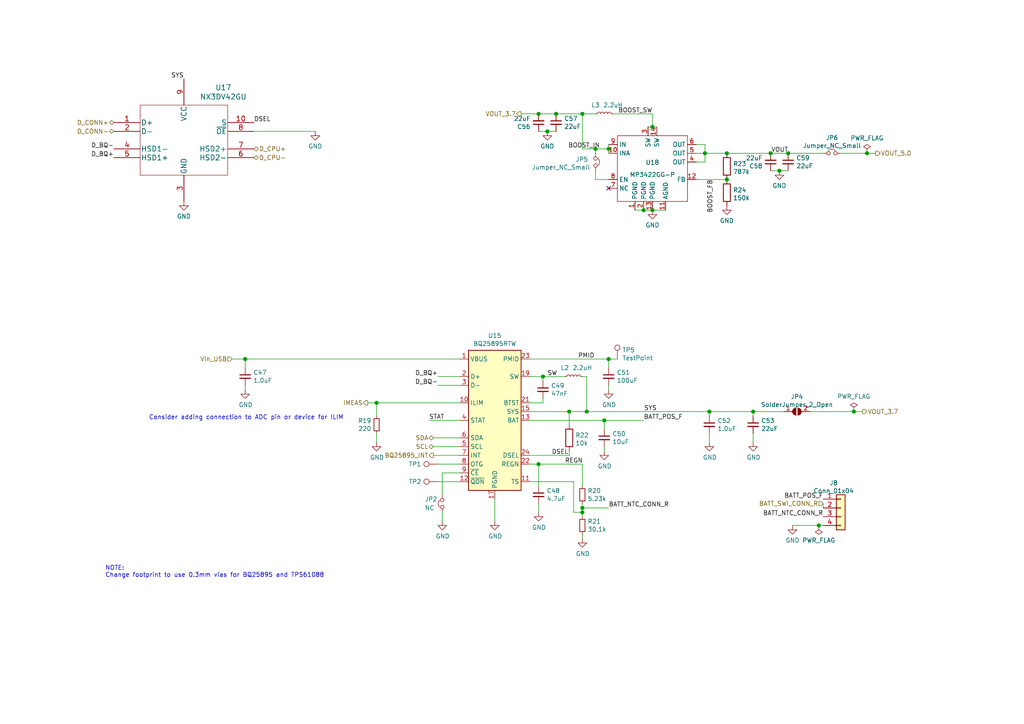
<source format=kicad_sch>
(kicad_sch (version 20210126) (generator eeschema)
  (paper "A4")
  (lib_symbols
    (symbol "Battery_Management:BQ25895RTW"
      (property "Reference" "U" (at -5.08 22.86 0))
      (property "Value" "BQ25895RTW" (at 5.08 22.86 0))
      (symbol "BQ25895RTW_0_1"
        (rectangle (start -7.62 20.32) (end 7.62 -20.32) (stroke (width 0.254)) (fill (type background)))
      )
      (symbol "BQ25895RTW_1_1"
        (pin power_in line (at -10.16 17.78 0) (length 2.54) (name "VBUS") (number "1"))
        (pin passive line (at -10.16 5.08 0) (length 2.54) (name "ILIM") (number "10"))
        (pin passive line (at 10.16 -17.78 180) (length 2.54) (name "TS") (number "11"))
        (pin input line (at -10.16 -17.78 0) (length 2.54) (name "~QON") (number "12"))
        (pin passive line (at 10.16 0 180) (length 2.54) (name "BAT") (number "13"))
        (pin passive line (at 10.16 0 180) (length 2.54) hide (name "BAT") (number "14"))
        (pin passive line (at 10.16 2.54 180) (length 2.54) (name "SYS") (number "15"))
        (pin passive line (at 10.16 2.54 180) (length 2.54) hide (name "SYS") (number "16"))
        (pin power_in line (at 0 -22.86 90) (length 2.54) (name "PGND") (number "17"))
        (pin passive line (at 0 -22.86 90) (length 2.54) hide (name "PGND") (number "18"))
        (pin power_out line (at 10.16 12.7 180) (length 2.54) (name "SW") (number "19"))
        (pin bidirectional line (at -10.16 12.7 0) (length 2.54) (name "D+") (number "2"))
        (pin passive line (at 10.16 12.7 180) (length 2.54) hide (name "SW") (number "20"))
        (pin passive line (at 10.16 5.08 180) (length 2.54) (name "BTST") (number "21"))
        (pin passive line (at 10.16 -12.7 180) (length 2.54) (name "REGN") (number "22"))
        (pin power_out line (at 10.16 17.78 180) (length 2.54) (name "PMID") (number "23"))
        (pin open_collector line (at 10.16 -10.16 180) (length 2.54) (name "DSEL") (number "24"))
        (pin passive line (at 0 -22.86 90) (length 2.54) hide (name "PGND") (number "25"))
        (pin bidirectional line (at -10.16 10.16 0) (length 2.54) (name "D-") (number "3"))
        (pin open_collector line (at -10.16 0 0) (length 2.54) (name "STAT") (number "4"))
        (pin input line (at -10.16 -7.62 0) (length 2.54) (name "SCL") (number "5"))
        (pin bidirectional line (at -10.16 -5.08 0) (length 2.54) (name "SDA") (number "6"))
        (pin open_collector line (at -10.16 -10.16 0) (length 2.54) (name "INT") (number "7"))
        (pin input line (at -10.16 -12.7 0) (length 2.54) (name "OTG") (number "8"))
        (pin input line (at -10.16 -15.24 0) (length 2.54) (name "~CE") (number "9"))
      )
    )
    (symbol "Connector:TestPoint" (pin_numbers hide) (pin_names (offset 0.762) hide)
      (property "Reference" "TP" (at 0 6.858 0))
      (property "Value" "TestPoint" (at 0 5.08 0))
      (symbol "TestPoint_0_1"
        (circle (center 0 3.302) (radius 0.762))
      )
      (symbol "TestPoint_1_1"
        (pin passive line (at 0 0 90) (length 2.54) (name "1") (number "1"))
      )
    )
    (symbol "Connector_Generic:Conn_01x04" (pin_names (offset 1.016) hide)
      (property "Reference" "J" (at 0 5.08 0))
      (property "Value" "Conn_01x04" (at 0 -7.62 0))
      (symbol "Conn_01x04_1_1"
        (rectangle (start -1.27 -4.953) (end 0 -5.207) (stroke (width 0.1524)))
        (rectangle (start -1.27 -2.413) (end 0 -2.667) (stroke (width 0.1524)))
        (rectangle (start -1.27 0.127) (end 0 -0.127) (stroke (width 0.1524)))
        (rectangle (start -1.27 2.667) (end 0 2.413) (stroke (width 0.1524)))
        (rectangle (start -1.27 3.81) (end 1.27 -6.35) (stroke (width 0.254)) (fill (type background)))
        (pin passive line (at -5.08 2.54 0) (length 3.81) (name "Pin_1") (number "1"))
        (pin passive line (at -5.08 0 0) (length 3.81) (name "Pin_2") (number "2"))
        (pin passive line (at -5.08 -2.54 0) (length 3.81) (name "Pin_3") (number "3"))
        (pin passive line (at -5.08 -5.08 0) (length 3.81) (name "Pin_4") (number "4"))
      )
    )
    (symbol "Device:C_Small" (pin_numbers hide) (pin_names (offset 0.254) hide)
      (property "Reference" "C" (at 0.254 1.778 0))
      (property "Value" "C_Small" (at 0.254 -2.032 0))
      (symbol "C_Small_0_1"
        (polyline (pts (xy -1.524 -0.508) (xy 1.524 -0.508)) (stroke (width 0.3302)))
        (polyline (pts (xy -1.524 0.508) (xy 1.524 0.508)) (stroke (width 0.3048)))
      )
      (symbol "C_Small_1_1"
        (pin passive line (at 0 2.54 270) (length 2.032) (name "~") (number "1"))
        (pin passive line (at 0 -2.54 90) (length 2.032) (name "~") (number "2"))
      )
    )
    (symbol "Device:Jumper_NC_Small" (pin_numbers hide) (pin_names (offset 0.762) hide)
      (property "Reference" "JP" (at 0 2.032 0))
      (property "Value" "Jumper_NC_Small" (at 0.254 -1.524 0))
      (symbol "Jumper_NC_Small_0_1"
        (arc (start 1.016 0.762) (end -1.016 0.762) (radius (at 0 -0.254) (length 1.4478) (angles 45 135)))
        (circle (center -1.016 0) (radius 0.508))
        (circle (center 1.016 0) (radius 0.508))
        (pin passive line (at -2.54 0 0) (length 1.016) (name "1") (number "1"))
        (pin passive line (at 2.54 0 180) (length 1.016) (name "2") (number "2"))
      )
    )
    (symbol "Device:L_Small" (pin_numbers hide) (pin_names (offset 0.254) hide)
      (property "Reference" "L" (at 0.762 1.016 0))
      (property "Value" "L_Small" (at 0.762 -1.016 0))
      (symbol "L_Small_0_1"
        (arc (start 0 -2.032) (end 0 -1.016) (radius (at 0 -1.524) (length 0.508) (angles -89.9 89.9)))
        (arc (start 0 -1.016) (end 0 0) (radius (at 0 -0.508) (length 0.508) (angles -89.9 89.9)))
        (arc (start 0 0) (end 0 1.016) (radius (at 0 0.508) (length 0.508) (angles -89.9 89.9)))
        (arc (start 0 1.016) (end 0 2.032) (radius (at 0 1.524) (length 0.508) (angles -89.9 89.9)))
      )
      (symbol "L_Small_1_1"
        (pin passive line (at 0 2.54 270) (length 0.508) (name "~") (number "1"))
        (pin passive line (at 0 -2.54 90) (length 0.508) (name "~") (number "2"))
      )
    )
    (symbol "Device:R" (pin_numbers hide) (pin_names (offset 0))
      (property "Reference" "R" (at 2.032 0 90))
      (property "Value" "R" (at 0 0 90))
      (symbol "R_0_1"
        (rectangle (start -1.016 -2.54) (end 1.016 2.54) (stroke (width 0.254)))
      )
      (symbol "R_1_1"
        (pin passive line (at 0 3.81 270) (length 1.27) (name "~") (number "1"))
        (pin passive line (at 0 -3.81 90) (length 1.27) (name "~") (number "2"))
      )
    )
    (symbol "Device:R_Small" (pin_numbers hide) (pin_names (offset 0.254) hide)
      (property "Reference" "R" (at 0.762 0.508 0))
      (property "Value" "R_Small" (at 0.762 -1.016 0))
      (symbol "R_Small_0_1"
        (rectangle (start -0.762 1.778) (end 0.762 -1.778) (stroke (width 0.2032)))
      )
      (symbol "R_Small_1_1"
        (pin passive line (at 0 2.54 270) (length 0.762) (name "~") (number "1"))
        (pin passive line (at 0 -2.54 90) (length 0.762) (name "~") (number "2"))
      )
    )
    (symbol "Jumper:SolderJumper_2_Open" (pin_names (offset 0) hide)
      (property "Reference" "JP" (at 0 2.032 0))
      (property "Value" "SolderJumper_2_Open" (at 0 -2.54 0))
      (symbol "SolderJumper_2_Open_0_1"
        (arc (start -0.254 1.016) (end -0.254 -1.016) (radius (at -0.254 0) (length 1.016) (angles 90.1 -90.1)))
        (arc (start 0.254 -1.016) (end 0.254 1.016) (radius (at 0.254 0) (length 1.016) (angles -89.9 89.9)))
        (arc (start -0.254 1.016) (end -0.254 -1.016) (radius (at -0.254 0) (length 1.016) (angles 90.1 -90.1)) (fill (type outline)))
        (arc (start 0.254 -1.016) (end 0.254 1.016) (radius (at 0.254 0) (length 1.016) (angles -89.9 89.9)) (fill (type outline)))
        (polyline (pts (xy -0.254 1.016) (xy -0.254 -1.016)))
        (polyline (pts (xy 0.254 1.016) (xy 0.254 -1.016)))
      )
      (symbol "SolderJumper_2_Open_1_1"
        (pin passive line (at -3.81 0 0) (length 2.54) (name "A") (number "1"))
        (pin passive line (at 3.81 0 180) (length 2.54) (name "B") (number "2"))
      )
    )
    (symbol "NX3DV42:NX3DV42GU" (pin_names (offset 0.254))
      (property "Reference" "U" (at 20.32 10.16 0))
      (property "Value" "NX3DV42GU" (at 20.32 7.62 0))
      (symbol "NX3DV42GU_1_1"
        (polyline (pts (xy 7.62 -15.24) (xy 33.02 -15.24)) (stroke (width 0.127)))
        (polyline (pts (xy 7.62 5.08) (xy 7.62 -15.24)) (stroke (width 0.127)))
        (polyline (pts (xy 33.02 -15.24) (xy 33.02 5.08)) (stroke (width 0.127)))
        (polyline (pts (xy 33.02 5.08) (xy 7.62 5.08)) (stroke (width 0.127)))
        (pin passive line (at 0 0 0) (length 7.62) (name "D+") (number "1"))
        (pin input line (at 40.64 0 180) (length 7.62) (name "S") (number "10"))
        (pin passive line (at 0 -2.54 0) (length 7.62) (name "D-") (number "2"))
        (pin power_in line (at 20.32 -22.86 90) (length 7.62) (name "GND") (number "3"))
        (pin passive line (at 0 -7.62 0) (length 7.62) (name "HSD1-") (number "4"))
        (pin passive line (at 0 -10.16 0) (length 7.62) (name "HSD1+") (number "5"))
        (pin passive line (at 40.64 -10.16 180) (length 7.62) (name "HSD2-") (number "6"))
        (pin passive line (at 40.64 -7.62 180) (length 7.62) (name "HSD2+") (number "7"))
        (pin input line (at 40.64 -2.54 180) (length 7.62) (name "~OE") (number "8"))
        (pin power_in line (at 20.32 12.7 270) (length 7.62) (name "VCC") (number "9"))
      )
    )
    (symbol "mp3422:MP3422GG-P"
      (property "Reference" "U" (at 0 2.54 0))
      (property "Value" "MP3422GG-P" (at 0 0 0))
      (symbol "MP3422GG-P_0_1"
        (rectangle (start -10.16 10.16) (end 10.16 -8.89) (stroke (width 0.1524)))
      )
      (symbol "MP3422GG-P_1_1"
        (pin power_in line (at -5.08 -11.43 90) (length 2.54) (name "PGND") (number "1"))
        (pin power_in line (at -12.7 5.08 0) (length 2.54) (name "INA") (number "10"))
        (pin power_in line (at 3.81 -11.43 90) (length 2.54) (name "AGND") (number "11"))
        (pin input line (at 12.7 -2.54 180) (length 2.54) (name "FB") (number "12"))
        (pin power_in line (at 0 -11.43 90) (length 2.54) (name "PGND") (number "13"))
        (pin power_out line (at 1.27 12.7 270) (length 2.54) (name "SW") (number "14"))
        (pin power_in line (at -2.54 -11.43 90) (length 2.54) (name "PGND") (number "2"))
        (pin power_out line (at -1.27 12.7 270) (length 2.54) (name "SW") (number "3"))
        (pin power_out line (at 12.7 2.54 180) (length 2.54) (name "OUT") (number "4"))
        (pin power_out line (at 12.7 5.08 180) (length 2.54) (name "OUT") (number "5"))
        (pin power_out line (at 12.7 7.62 180) (length 2.54) (name "OUT") (number "6"))
        (pin no_connect line (at -12.7 -5.08 0) (length 2.54) (name "NC") (number "7"))
        (pin input line (at -12.7 -2.54 0) (length 2.54) (name "EN") (number "8"))
        (pin power_in line (at -12.7 7.62 0) (length 2.54) (name "IN") (number "9"))
      )
    )
    (symbol "power:GND" (power) (pin_names (offset 0))
      (property "Value" "GND" (at 0 -3.81 0))
      (symbol "GND_0_1"
        (polyline (pts (xy 0 0) (xy 0 -1.27) (xy 1.27 -1.27) (xy 0 -2.54) (xy -1.27 -1.27) (xy 0 -1.27)))
      )
      (symbol "GND_1_1"
        (pin power_in line (at 0 0 270) (length 0) hide (name "GND") (number "1"))
      )
    )
    (symbol "power:PWR_FLAG" (power) (pin_numbers hide) (pin_names (offset 0) hide)
      (property "Value" "PWR_FLAG" (at 0 3.81 0))
      (symbol "PWR_FLAG_0_0"
        (pin power_out line (at 0 0 90) (length 0) (name "pwr") (number "1"))
      )
      (symbol "PWR_FLAG_0_1"
        (polyline (pts (xy 0 0) (xy 0 1.27) (xy -1.016 1.905) (xy 0 2.54) (xy 1.016 1.905) (xy 0 1.27)))
      )
    )
  )
  (junction (at 71.12 104.14) (diameter 1.016))
  (junction (at 109.22 116.84) (diameter 1.016))
  (junction (at 156.21 33.02) (diameter 1.016))
  (junction (at 156.21 134.62) (diameter 1.016))
  (junction (at 157.48 109.22) (diameter 1.016))
  (junction (at 158.75 38.1) (diameter 1.016))
  (junction (at 161.29 33.02) (diameter 1.016))
  (junction (at 165.1 119.38) (diameter 1.016))
  (junction (at 168.91 33.02) (diameter 1.016))
  (junction (at 168.91 147.32) (diameter 1.016))
  (junction (at 168.91 148.59) (diameter 1.016))
  (junction (at 170.18 119.38) (diameter 1.016))
  (junction (at 172.72 43.18) (diameter 1.016))
  (junction (at 175.26 121.92) (diameter 1.016))
  (junction (at 176.53 43.18) (diameter 1.016))
  (junction (at 176.53 104.14) (diameter 1.016))
  (junction (at 186.69 60.96) (diameter 1.016))
  (junction (at 189.23 36.83) (diameter 1.016))
  (junction (at 189.23 60.96) (diameter 1.016))
  (junction (at 204.47 44.45) (diameter 1.016))
  (junction (at 205.74 119.38) (diameter 1.016))
  (junction (at 210.82 44.45) (diameter 1.016))
  (junction (at 210.82 52.07) (diameter 1.016))
  (junction (at 218.44 119.38) (diameter 1.016))
  (junction (at 223.52 44.45) (diameter 1.016))
  (junction (at 226.06 49.53) (diameter 1.016))
  (junction (at 228.6 44.45) (diameter 1.016))
  (junction (at 237.49 152.4) (diameter 1.016))
  (junction (at 247.65 119.38) (diameter 1.016))
  (junction (at 251.46 44.45) (diameter 1.016))
  (no_connect (at 176.53 54.61))
  (wire (pts (xy 67.31 104.14) (xy 71.12 104.14)))
  (wire (pts (xy 71.12 104.14) (xy 133.35 104.14)))
  (wire (pts (xy 71.12 106.68) (xy 71.12 104.14)))
  (wire (pts (xy 71.12 113.03) (xy 71.12 111.76)))
  (wire (pts (xy 73.66 38.1) (xy 91.44 38.1)))
  (wire (pts (xy 106.68 116.84) (xy 109.22 116.84)))
  (wire (pts (xy 109.22 116.84) (xy 133.35 116.84)))
  (wire (pts (xy 109.22 120.65) (xy 109.22 116.84)))
  (wire (pts (xy 109.22 125.73) (xy 109.22 128.27)))
  (wire (pts (xy 125.73 129.54) (xy 133.35 129.54)))
  (wire (pts (xy 125.73 132.08) (xy 133.35 132.08)))
  (wire (pts (xy 127 139.7) (xy 133.35 139.7)))
  (wire (pts (xy 128.27 137.16) (xy 128.27 143.51)))
  (wire (pts (xy 128.27 137.16) (xy 133.35 137.16)))
  (wire (pts (xy 128.27 148.59) (xy 128.27 151.13)))
  (wire (pts (xy 133.35 109.22) (xy 127 109.22)))
  (wire (pts (xy 133.35 111.76) (xy 127 111.76)))
  (wire (pts (xy 133.35 121.92) (xy 124.46 121.92)))
  (wire (pts (xy 133.35 127) (xy 125.73 127)))
  (wire (pts (xy 133.35 134.62) (xy 127 134.62)))
  (wire (pts (xy 143.51 144.78) (xy 143.51 151.13)))
  (wire (pts (xy 151.13 33.02) (xy 156.21 33.02)))
  (wire (pts (xy 153.67 104.14) (xy 176.53 104.14)))
  (wire (pts (xy 153.67 109.22) (xy 157.48 109.22)))
  (wire (pts (xy 153.67 119.38) (xy 165.1 119.38)))
  (wire (pts (xy 153.67 121.92) (xy 175.26 121.92)))
  (wire (pts (xy 153.67 132.08) (xy 165.1 132.08)))
  (wire (pts (xy 153.67 134.62) (xy 156.21 134.62)))
  (wire (pts (xy 156.21 33.02) (xy 161.29 33.02)))
  (wire (pts (xy 156.21 38.1) (xy 158.75 38.1)))
  (wire (pts (xy 156.21 134.62) (xy 156.21 140.97)))
  (wire (pts (xy 156.21 134.62) (xy 168.91 134.62)))
  (wire (pts (xy 156.21 148.59) (xy 156.21 146.05)))
  (wire (pts (xy 157.48 109.22) (xy 157.48 110.49)))
  (wire (pts (xy 157.48 109.22) (xy 163.83 109.22)))
  (wire (pts (xy 157.48 115.57) (xy 157.48 116.84)))
  (wire (pts (xy 157.48 116.84) (xy 153.67 116.84)))
  (wire (pts (xy 158.75 38.1) (xy 161.29 38.1)))
  (wire (pts (xy 161.29 33.02) (xy 168.91 33.02)))
  (wire (pts (xy 165.1 119.38) (xy 165.1 123.19)))
  (wire (pts (xy 165.1 119.38) (xy 170.18 119.38)))
  (wire (pts (xy 165.1 130.81) (xy 165.1 132.08)))
  (wire (pts (xy 166.37 139.7) (xy 153.67 139.7)))
  (wire (pts (xy 166.37 148.59) (xy 166.37 139.7)))
  (wire (pts (xy 168.91 33.02) (xy 172.72 33.02)))
  (wire (pts (xy 168.91 43.18) (xy 168.91 33.02)))
  (wire (pts (xy 168.91 109.22) (xy 170.18 109.22)))
  (wire (pts (xy 168.91 140.97) (xy 168.91 134.62)))
  (wire (pts (xy 168.91 147.32) (xy 168.91 146.05)))
  (wire (pts (xy 168.91 147.32) (xy 168.91 148.59)))
  (wire (pts (xy 168.91 147.32) (xy 176.53 147.32)))
  (wire (pts (xy 168.91 148.59) (xy 166.37 148.59)))
  (wire (pts (xy 168.91 148.59) (xy 168.91 149.86)))
  (wire (pts (xy 168.91 156.21) (xy 168.91 154.94)))
  (wire (pts (xy 170.18 109.22) (xy 170.18 119.38)))
  (wire (pts (xy 170.18 119.38) (xy 205.74 119.38)))
  (wire (pts (xy 172.72 43.18) (xy 168.91 43.18)))
  (wire (pts (xy 172.72 43.18) (xy 172.72 44.45)))
  (wire (pts (xy 172.72 49.53) (xy 172.72 52.07)))
  (wire (pts (xy 172.72 52.07) (xy 176.53 52.07)))
  (wire (pts (xy 175.26 121.92) (xy 186.69 121.92)))
  (wire (pts (xy 175.26 124.46) (xy 175.26 121.92)))
  (wire (pts (xy 175.26 130.81) (xy 175.26 129.54)))
  (wire (pts (xy 176.53 41.91) (xy 176.53 43.18)))
  (wire (pts (xy 176.53 43.18) (xy 172.72 43.18)))
  (wire (pts (xy 176.53 43.18) (xy 176.53 44.45)))
  (wire (pts (xy 176.53 104.14) (xy 176.53 106.68)))
  (wire (pts (xy 176.53 104.14) (xy 179.07 104.14)))
  (wire (pts (xy 176.53 113.03) (xy 176.53 111.76)))
  (wire (pts (xy 177.8 33.02) (xy 189.23 33.02)))
  (wire (pts (xy 184.15 60.96) (xy 186.69 60.96)))
  (wire (pts (xy 186.69 60.96) (xy 189.23 60.96)))
  (wire (pts (xy 187.96 36.83) (xy 189.23 36.83)))
  (wire (pts (xy 189.23 33.02) (xy 189.23 36.83)))
  (wire (pts (xy 189.23 36.83) (xy 190.5 36.83)))
  (wire (pts (xy 189.23 60.96) (xy 193.04 60.96)))
  (wire (pts (xy 201.93 41.91) (xy 204.47 41.91)))
  (wire (pts (xy 201.93 44.45) (xy 204.47 44.45)))
  (wire (pts (xy 201.93 46.99) (xy 204.47 46.99)))
  (wire (pts (xy 201.93 52.07) (xy 210.82 52.07)))
  (wire (pts (xy 204.47 41.91) (xy 204.47 44.45)))
  (wire (pts (xy 204.47 44.45) (xy 204.47 46.99)))
  (wire (pts (xy 204.47 44.45) (xy 210.82 44.45)))
  (wire (pts (xy 205.74 119.38) (xy 218.44 119.38)))
  (wire (pts (xy 205.74 120.65) (xy 205.74 119.38)))
  (wire (pts (xy 205.74 128.27) (xy 205.74 125.73)))
  (wire (pts (xy 210.82 44.45) (xy 223.52 44.45)))
  (wire (pts (xy 218.44 119.38) (xy 227.33 119.38)))
  (wire (pts (xy 218.44 120.65) (xy 218.44 119.38)))
  (wire (pts (xy 218.44 128.27) (xy 218.44 125.73)))
  (wire (pts (xy 223.52 44.45) (xy 228.6 44.45)))
  (wire (pts (xy 223.52 49.53) (xy 226.06 49.53)))
  (wire (pts (xy 226.06 49.53) (xy 228.6 49.53)))
  (wire (pts (xy 228.6 44.45) (xy 238.76 44.45)))
  (wire (pts (xy 229.87 152.4) (xy 237.49 152.4)))
  (wire (pts (xy 234.95 119.38) (xy 247.65 119.38)))
  (wire (pts (xy 237.49 152.4) (xy 238.76 152.4)))
  (wire (pts (xy 238.76 146.05) (xy 238.76 147.32)))
  (wire (pts (xy 247.65 119.38) (xy 250.19 119.38)))
  (wire (pts (xy 251.46 44.45) (xy 243.84 44.45)))
  (wire (pts (xy 254 44.45) (xy 251.46 44.45)))
  (text "NOTE:\nChange footprint to use 0.3mm vias for BQ25895 and TPS61088" (at 30.48 167.64 0) (effects (font (size 1.27 1.27)) (justify left bottom)))
  (text "Consider adding connection to ADC pin or device for ILIM" (at 43.18 121.92 0) (effects (font (size 1.27 1.27)) (justify left bottom)))
  (label "D_BQ-" (at 33.02 43.18 180))
  (label "D_BQ+" (at 33.02 45.72 180))
  (label "SYS" (at 53.34 22.86 180))
  (label "DSEL" (at 73.66 35.56 0))
  (label "STAT" (at 124.46 121.92 0))
  (label "D_BQ+" (at 127 109.22 180))
  (label "D_BQ-" (at 127 111.76 180))
  (label "SW" (at 158.75 109.22 0))
  (label "DSEL" (at 160.02 132.08 0))
  (label "REGN" (at 163.83 134.62 0))
  (label "PMID" (at 167.64 104.14 0))
  (label "BOOST_IN" (at 173.99 43.18 180))
  (label "BATT_NTC_CONN_R" (at 176.53 147.32 0))
  (label "BATT_POS_F" (at 186.69 121.92 0))
  (label "BOOST_SW" (at 189.23 33.02 180))
  (label "SYS" (at 190.5 119.38 180))
  (label "BOOST_FB" (at 207.01 52.07 270))
  (label "VOUT" (at 228.6 44.45 180))
  (label "BATT_POS_F" (at 238.76 144.78 180))
  (label "BATT_NTC_CONN_R" (at 238.76 149.86 180))
  (hierarchical_label "D_CONN+" (shape bidirectional) (at 33.02 35.56 180))
  (hierarchical_label "D_CONN-" (shape bidirectional) (at 33.02 38.1 180))
  (hierarchical_label "Vin_USB" (shape input) (at 67.31 104.14 180))
  (hierarchical_label "D_CPU+" (shape bidirectional) (at 73.66 43.18 0))
  (hierarchical_label "D_CPU-" (shape bidirectional) (at 73.66 45.72 0))
  (hierarchical_label "IMEAS" (shape output) (at 106.68 116.84 180))
  (hierarchical_label "SDA" (shape bidirectional) (at 125.73 127 180))
  (hierarchical_label "SCL" (shape bidirectional) (at 125.73 129.54 180))
  (hierarchical_label "BQ25895_INT" (shape output) (at 125.73 132.08 180))
  (hierarchical_label "VOUT_3.7" (shape output) (at 151.13 33.02 180))
  (hierarchical_label "BATT_SWI_CONN_R" (shape input) (at 238.76 146.05 180))
  (hierarchical_label "VOUT_3.7" (shape output) (at 250.19 119.38 0))
  (hierarchical_label "VOUT_5.0" (shape output) (at 254 44.45 0))
  (symbol (lib_id "Device:L_Small") (at 166.37 109.22 90) (unit 1)
    (property "Reference" "L2" (at 163.83 106.68 90))
    (property "Value" "2.2uH" (at 168.91 106.68 90))
    (property "Footprint" "Inductor_SMD:L_1008_2520Metric" (effects hide))
    (property "Mfg PN" "BDHE002520122R2MQ1" (effects hide))
    (property "Digi-Key PN" "2184-BDHE002520122R2MQ1CT-ND" (effects hide))
  )
  (symbol (lib_id "Device:L_Small") (at 175.26 33.02 90) (unit 1)
    (property "Reference" "L3" (at 172.72 30.48 90))
    (property "Value" "2.2uH" (at 177.8 30.48 90))
    (property "Footprint" "Inductor_SMD:L_1008_2520Metric" (effects hide))
    (property "Mfg PN" "BDHE002520122R2MQ1" (effects hide))
    (property "Digi-Key PN" "2184-BDHE002520122R2MQ1CT-ND" (effects hide))
  )
  (symbol (lib_id "power:PWR_FLAG") (at 237.49 152.4 180) (unit 1)
    (property "Reference" "#FLG0101" (effects hide))
    (property "Value" "PWR_FLAG" (at 237.49 156.7244 0))
  )
  (symbol (lib_id "power:PWR_FLAG") (at 247.65 119.38 0) (unit 1)
    (property "Reference" "#FLG0104" (effects hide))
    (property "Value" "PWR_FLAG" (at 247.65 114.9858 0))
  )
  (symbol (lib_id "power:PWR_FLAG") (at 251.46 44.45 0) (unit 1)
    (property "Reference" "#FLG0103" (effects hide))
    (property "Value" "PWR_FLAG" (at 251.46 40.0558 0))
  )
  (symbol (lib_id "Connector:TestPoint") (at 127 134.62 90) (unit 1)
    (property "Reference" "TP1" (at 122.2248 134.62 90) (effects (justify left)))
    (property "Value" "DNP" (effects hide))
    (property "Footprint" "TestPoint:TestPoint_Pad_1.0x1.0mm" (effects hide))
    (property "Mfg" "DNP" (effects hide))
  )
  (symbol (lib_id "Connector:TestPoint") (at 127 139.7 90) (unit 1)
    (property "Reference" "TP2" (at 122.2248 139.7 90) (effects (justify left)))
    (property "Value" "DNP" (effects hide))
    (property "Footprint" "TestPoint:TestPoint_Pad_1.0x1.0mm" (effects hide))
    (property "Mfg" "DNP" (effects hide))
  )
  (symbol (lib_id "Connector:TestPoint") (at 179.07 104.14 0) (unit 1)
    (property "Reference" "TP5" (at 180.4671 101.5376 0) (effects (justify left)))
    (property "Value" "TestPoint" (at 180.4671 103.8363 0) (effects (justify left)))
    (property "Footprint" "TestPoint:TestPoint_Pad_D1.0mm" (effects hide))
  )
  (symbol (lib_id "power:GND") (at 53.34 58.42 0) (unit 1)
    (property "Reference" "#PWR0142" (effects hide))
    (property "Value" "GND" (at 53.34 62.7444 0))
  )
  (symbol (lib_id "power:GND") (at 71.12 113.03 0) (unit 1)
    (property "Reference" "#PWR0129" (effects hide))
    (property "Value" "GND" (at 71.247 117.4242 0))
  )
  (symbol (lib_id "power:GND") (at 91.44 38.1 0) (unit 1)
    (property "Reference" "#PWR0143" (effects hide))
    (property "Value" "GND" (at 91.44 42.4244 0))
  )
  (symbol (lib_id "power:GND") (at 109.22 128.27 0) (unit 1)
    (property "Reference" "#PWR0132" (effects hide))
    (property "Value" "GND" (at 109.347 132.6642 0))
  )
  (symbol (lib_id "power:GND") (at 128.27 151.13 0) (unit 1)
    (property "Reference" "#PWR0130" (effects hide))
    (property "Value" "GND" (at 128.397 155.5242 0))
  )
  (symbol (lib_id "power:GND") (at 143.51 151.13 0) (unit 1)
    (property "Reference" "#PWR0131" (effects hide))
    (property "Value" "GND" (at 143.637 155.5242 0))
  )
  (symbol (lib_id "power:GND") (at 156.21 148.59 0) (unit 1)
    (property "Reference" "#PWR0134" (effects hide))
    (property "Value" "GND" (at 156.337 152.9842 0))
  )
  (symbol (lib_id "power:GND") (at 158.75 38.1 0) (unit 1)
    (property "Reference" "#PWR03" (effects hide))
    (property "Value" "GND" (at 158.75 42.4244 0))
  )
  (symbol (lib_id "power:GND") (at 168.91 156.21 0) (unit 1)
    (property "Reference" "#PWR0133" (effects hide))
    (property "Value" "GND" (at 169.037 160.6042 0))
  )
  (symbol (lib_id "power:GND") (at 175.26 130.81 0) (unit 1)
    (property "Reference" "#PWR0135" (effects hide))
    (property "Value" "GND" (at 175.387 135.2042 0))
  )
  (symbol (lib_id "power:GND") (at 176.53 113.03 0) (unit 1)
    (property "Reference" "#PWR0136" (effects hide))
    (property "Value" "GND" (at 176.657 117.4242 0))
  )
  (symbol (lib_id "power:GND") (at 189.23 60.96 0) (unit 1)
    (property "Reference" "#PWR018" (effects hide))
    (property "Value" "GND" (at 189.23 65.2844 0))
  )
  (symbol (lib_id "power:GND") (at 205.74 128.27 0) (unit 1)
    (property "Reference" "#PWR0138" (effects hide))
    (property "Value" "GND" (at 205.867 132.6642 0))
  )
  (symbol (lib_id "power:GND") (at 210.82 59.69 0) (unit 1)
    (property "Reference" "#PWR038" (effects hide))
    (property "Value" "GND" (at 210.82 64.0144 0))
  )
  (symbol (lib_id "power:GND") (at 218.44 128.27 0) (unit 1)
    (property "Reference" "#PWR0137" (effects hide))
    (property "Value" "GND" (at 218.567 132.6642 0))
  )
  (symbol (lib_id "power:GND") (at 226.06 49.53 0) (unit 1)
    (property "Reference" "#PWR041" (effects hide))
    (property "Value" "GND" (at 226.06 53.8544 0))
  )
  (symbol (lib_id "power:GND") (at 229.87 152.4 0) (mirror y) (unit 1)
    (property "Reference" "#PWR0124" (effects hide))
    (property "Value" "GND" (at 229.87 156.7244 0))
  )
  (symbol (lib_id "Device:Jumper_NC_Small") (at 128.27 146.05 90) (unit 1)
    (property "Reference" "JP2" (at 123.19 144.78 90) (effects (justify right)))
    (property "Value" "NC" (at 123.19 147.32 90) (effects (justify right)))
    (property "Footprint" "Resistor_SMD:R_0402_1005Metric" (effects hide))
    (property "Mfg" "DNP" (effects hide))
  )
  (symbol (lib_id "Device:Jumper_NC_Small") (at 172.72 46.99 270) (unit 1)
    (property "Reference" "JP5" (at 166.9289 46.2291 90) (effects (justify left)))
    (property "Value" "Jumper_NC_Small" (at 154.2289 48.5278 90) (effects (justify left)))
    (property "Footprint" "Resistor_SMD:R_0402_1005Metric" (effects hide))
  )
  (symbol (lib_id "Device:Jumper_NC_Small") (at 241.3 44.45 0) (unit 1)
    (property "Reference" "JP6" (at 241.3 39.95 0))
    (property "Value" "Jumper_NC_Small" (at 241.3 42.2487 0))
    (property "Footprint" "Resistor_SMD:R_0402_1005Metric" (effects hide))
  )
  (symbol (lib_id "Device:R_Small") (at 109.22 123.19 0) (mirror x) (unit 1)
    (property "Reference" "R19" (at 107.7214 122.0216 0) (effects (justify right)))
    (property "Value" "220" (at 107.7214 124.333 0) (effects (justify right)))
    (property "Footprint" "Resistor_SMD:R_0402_1005Metric" (effects hide))
  )
  (symbol (lib_id "Device:R_Small") (at 168.91 143.51 180) (unit 1)
    (property "Reference" "R20" (at 170.4086 142.3416 0) (effects (justify right)))
    (property "Value" "5.23k" (at 170.4086 144.653 0) (effects (justify right)))
    (property "Footprint" "Resistor_SMD:R_0402_1005Metric" (effects hide))
    (property "Mfg PN" "RMCF0402FT5K23‎" (effects hide))
  )
  (symbol (lib_id "Device:R_Small") (at 168.91 152.4 180) (unit 1)
    (property "Reference" "R21" (at 170.4086 151.2316 0) (effects (justify right)))
    (property "Value" "30.1k" (at 170.4086 153.543 0) (effects (justify right)))
    (property "Footprint" "Resistor_SMD:R_0402_1005Metric" (effects hide))
    (property "Mfg PN" "RMCF0402FT30K1‎" (effects hide))
  )
  (symbol (lib_id "Jumper:SolderJumper_2_Open") (at 231.14 119.38 0) (unit 1)
    (property "Reference" "JP4" (at 231.14 115.0578 0))
    (property "Value" "SolderJumper_2_Open" (at 231.14 117.3565 0))
    (property "Footprint" "Resistor_SMD:R_0402_1005Metric" (effects hide))
  )
  (symbol (lib_id "Device:R") (at 165.1 127 0) (unit 1)
    (property "Reference" "R22" (at 166.8781 126.2391 0) (effects (justify left)))
    (property "Value" "10k" (at 166.8781 128.5378 0) (effects (justify left)))
    (property "Footprint" "Resistor_SMD:R_0402_1005Metric" (effects hide))
  )
  (symbol (lib_id "Device:R") (at 210.82 48.26 0) (unit 1)
    (property "Reference" "R23" (at 212.5981 47.4991 0) (effects (justify left)))
    (property "Value" "787k" (at 212.5981 49.7978 0) (effects (justify left)))
    (property "Footprint" "Resistor_SMD:R_0402_1005Metric" (effects hide))
  )
  (symbol (lib_id "Device:R") (at 210.82 55.88 0) (unit 1)
    (property "Reference" "R24" (at 212.5981 55.1191 0) (effects (justify left)))
    (property "Value" "150k" (at 212.5981 57.4178 0) (effects (justify left)))
    (property "Footprint" "Resistor_SMD:R_0402_1005Metric" (effects hide))
  )
  (symbol (lib_id "Device:C_Small") (at 71.12 109.22 0) (unit 1)
    (property "Reference" "C47" (at 73.4568 108.0516 0) (effects (justify left)))
    (property "Value" "1.0uF" (at 73.4568 110.363 0) (effects (justify left)))
    (property "Footprint" "Capacitor_SMD:C_0402_1005Metric" (effects hide))
    (property "Mfg" "Murata Electronics" (effects hide))
    (property "Mfg PN" "GRM155R61E105KA12D" (effects hide))
  )
  (symbol (lib_id "Device:C_Small") (at 156.21 35.56 180) (unit 1)
    (property "Reference" "C56" (at 153.8732 36.7284 0) (effects (justify left)))
    (property "Value" "22uF" (at 153.8732 34.417 0) (effects (justify left)))
    (property "Footprint" "Capacitor_SMD:C_0805_2012Metric" (effects hide))
    (property "Mfg" "Samsung" (effects hide))
    (property "Mfg PN" "CL21A226MQQNNNG‎" (effects hide))
  )
  (symbol (lib_id "Device:C_Small") (at 156.21 143.51 0) (unit 1)
    (property "Reference" "C48" (at 158.5468 142.3416 0) (effects (justify left)))
    (property "Value" "4.7uF" (at 158.5468 144.653 0) (effects (justify left)))
    (property "Footprint" "Capacitor_SMD:C_0603_1608Metric" (effects hide))
    (property "Mfg PN" "EMK107ABJ475MA-T‎" (effects hide))
  )
  (symbol (lib_id "Device:C_Small") (at 157.48 113.03 0) (unit 1)
    (property "Reference" "C49" (at 159.8168 111.8616 0) (effects (justify left)))
    (property "Value" "47nF" (at 159.8168 114.173 0) (effects (justify left)))
    (property "Footprint" "Capacitor_SMD:C_0402_1005Metric" (effects hide))
    (property "Datasheet" "https://search.murata.co.jp/Ceramy/image/img/A01X/G101/ENG/GRM155R71E473KA88-01.pdf" (effects hide))
    (property "Mfg" "Murata" (effects hide))
    (property "Mfg PN" "GRM155R71E473KA88D" (effects hide))
  )
  (symbol (lib_id "Device:C_Small") (at 161.29 35.56 0) (unit 1)
    (property "Reference" "C57" (at 163.6268 34.3916 0) (effects (justify left)))
    (property "Value" "22uF" (at 163.6268 36.703 0) (effects (justify left)))
    (property "Footprint" "Capacitor_SMD:C_0805_2012Metric" (effects hide))
    (property "Mfg" "Samsung" (effects hide))
    (property "Mfg PN" "CL21A226MQQNNNG‎" (effects hide))
  )
  (symbol (lib_id "Device:C_Small") (at 175.26 127 0) (unit 1)
    (property "Reference" "C50" (at 177.5968 125.8316 0) (effects (justify left)))
    (property "Value" "10uF" (at 177.5968 128.143 0) (effects (justify left)))
    (property "Footprint" "Capacitor_SMD:C_0402_1005Metric" (effects hide))
    (property "Mfg PN" "0603ZD106KAT2A" (effects hide))
  )
  (symbol (lib_id "Device:C_Small") (at 176.53 109.22 0) (unit 1)
    (property "Reference" "C51" (at 178.8668 108.0516 0) (effects (justify left)))
    (property "Value" "100uF" (at 178.8668 110.363 0) (effects (justify left)))
    (property "Footprint" "Capacitor_SMD:C_1206_3216Metric" (effects hide))
    (property "Mfg PN" "CL31A107MQHNNNE‎" (effects hide))
  )
  (symbol (lib_id "Device:C_Small") (at 205.74 123.19 0) (unit 1)
    (property "Reference" "C52" (at 208.0768 122.0216 0) (effects (justify left)))
    (property "Value" "1.0uF" (at 208.0768 124.333 0) (effects (justify left)))
    (property "Footprint" "Capacitor_SMD:C_0402_1005Metric" (effects hide))
    (property "Mfg" "Murata Electronics" (effects hide))
    (property "Mfg PN" "GRM155R61E105KA12D" (effects hide))
  )
  (symbol (lib_id "Device:C_Small") (at 218.44 123.19 0) (unit 1)
    (property "Reference" "C53" (at 220.7768 122.0216 0) (effects (justify left)))
    (property "Value" "22uF" (at 220.7768 124.333 0) (effects (justify left)))
    (property "Footprint" "Capacitor_SMD:C_0805_2012Metric" (effects hide))
    (property "Mfg" "Samsung" (effects hide))
    (property "Mfg PN" "CL21A226MQQNNNG‎" (effects hide))
  )
  (symbol (lib_id "Device:C_Small") (at 223.52 46.99 180) (unit 1)
    (property "Reference" "C58" (at 221.1832 48.1584 0) (effects (justify left)))
    (property "Value" "22uF" (at 221.1832 45.847 0) (effects (justify left)))
    (property "Footprint" "Capacitor_SMD:C_0805_2012Metric" (effects hide))
    (property "Mfg" "Samsung" (effects hide))
    (property "Mfg PN" "CL21A226MQQNNNG‎" (effects hide))
  )
  (symbol (lib_id "Device:C_Small") (at 228.6 46.99 0) (unit 1)
    (property "Reference" "C59" (at 230.9368 45.8216 0) (effects (justify left)))
    (property "Value" "22uF" (at 230.9368 48.133 0) (effects (justify left)))
    (property "Footprint" "Capacitor_SMD:C_0805_2012Metric" (effects hide))
    (property "Mfg" "Samsung" (effects hide))
    (property "Mfg PN" "CL21A226MQQNNNG‎" (effects hide))
  )
  (symbol (lib_id "Connector_Generic:Conn_01x04") (at 243.84 147.32 0) (unit 1)
    (property "Reference" "J8" (at 241.808 140.0768 0))
    (property "Value" "Conn_01x04" (at 241.808 142.3755 0))
    (property "Footprint" "footprints:ipad battery connector" (effects hide))
  )
  (symbol (lib_id "mp3422:MP3422GG-P") (at 189.23 49.53 0) (unit 1)
    (property "Reference" "U18" (at 189.23 47.1128 0))
    (property "Value" "MP3422GG-P" (at 189.23 50.6815 0))
    (property "Footprint" "footprints:MP3422GG-P" (effects hide))
    (property "Datasheet" "${KIPRJMOD}/datasheets/MP3422.pdf" (effects hide))
  )
  (symbol (lib_id "Battery_Management:BQ25895RTW") (at 143.51 121.92 0) (unit 1)
    (property "Reference" "U15" (at 143.51 97.3582 0))
    (property "Value" "BQ25895RTW" (at 143.51 99.6696 0))
    (property "Footprint" "footprints:Texas_S-PWQFN-N24_EP2.7x2.7mm_ThermalVias" (effects hide))
    (property "Datasheet" "http://www.ti.com/lit/ds/symlink/bq25895.pdf" (effects hide))
    (property "Digi-Key PN" "296-44345-1-ND" (effects hide))
    (property "Mfg" "Texas Instruments" (effects hide))
    (property "Mfg PN" "BQ25895RTWR" (effects hide))
  )
  (symbol (lib_id "NX3DV42:NX3DV42GU") (at 33.02 35.56 0) (unit 1)
    (property "Reference" "U17" (at 64.77 25.3824 0) (effects (font (size 1.524 1.524))))
    (property "Value" "NX3DV42GU" (at 64.77 28.09 0) (effects (font (size 1.524 1.524))))
    (property "Footprint" "footprints:NX3DV42GU" (effects hide))
  )
)
</source>
